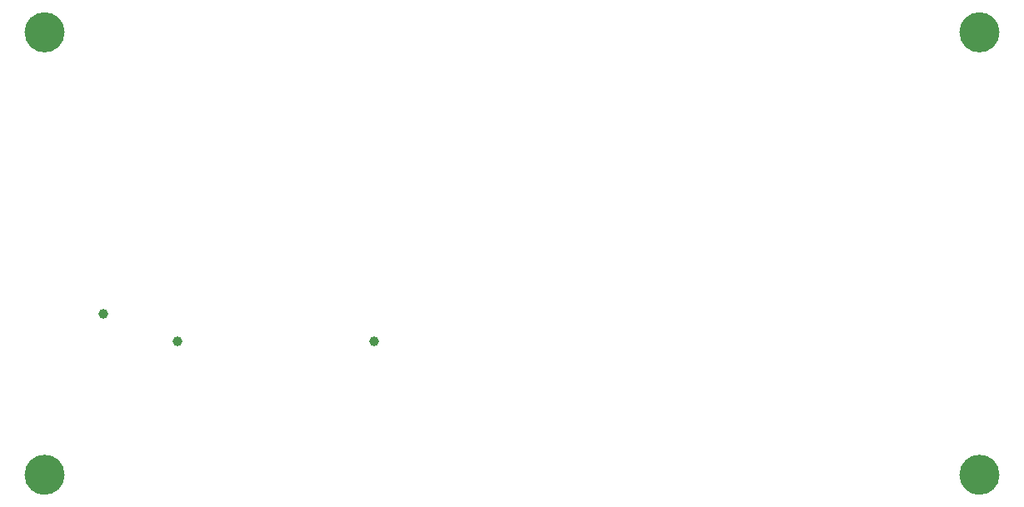
<source format=gbr>
G04 #@! TF.GenerationSoftware,KiCad,Pcbnew,(6.0.5)*
G04 #@! TF.CreationDate,2023-01-29T19:52:40+01:00*
G04 #@! TF.ProjectId,fplate,66706c61-7465-42e6-9b69-6361645f7063,0.8*
G04 #@! TF.SameCoordinates,Original*
G04 #@! TF.FileFunction,Soldermask,Top*
G04 #@! TF.FilePolarity,Negative*
%FSLAX46Y46*%
G04 Gerber Fmt 4.6, Leading zero omitted, Abs format (unit mm)*
G04 Created by KiCad (PCBNEW (6.0.5)) date 2023-01-29 19:52:40*
%MOMM*%
%LPD*%
G01*
G04 APERTURE LIST*
%ADD10C,2.050000*%
%ADD11C,3.500000*%
%ADD12C,1.000000*%
G04 APERTURE END LIST*
D10*
X95025000Y-74000000D02*
G75*
G03*
X95025000Y-74000000I-1025000J0D01*
G01*
X95025000Y-119000000D02*
G75*
G03*
X95025000Y-119000000I-1025000J0D01*
G01*
X190025000Y-119000000D02*
G75*
G03*
X190025000Y-119000000I-1025000J0D01*
G01*
X190025000Y-74000000D02*
G75*
G03*
X190025000Y-74000000I-1025000J0D01*
G01*
D11*
G04 #@! TO.C,REF\u002A\u002A*
X189000000Y-119000000D03*
G04 #@! TD*
D12*
G04 #@! TO.C,REF\u002A\u002A*
X107500000Y-105402298D03*
G04 #@! TD*
D11*
G04 #@! TO.C,REF\u002A\u002A*
X94000000Y-74000000D03*
G04 #@! TD*
D12*
G04 #@! TO.C,REF\u002A\u002A*
X99949550Y-102604000D03*
G04 #@! TD*
D11*
G04 #@! TO.C,REF\u002A\u002A*
X94000000Y-119000000D03*
G04 #@! TD*
D12*
G04 #@! TO.C,REF\u002A\u002A*
X127500000Y-105402298D03*
G04 #@! TD*
D11*
G04 #@! TO.C,REF\u002A\u002A*
X189000000Y-74000000D03*
G04 #@! TD*
M02*

</source>
